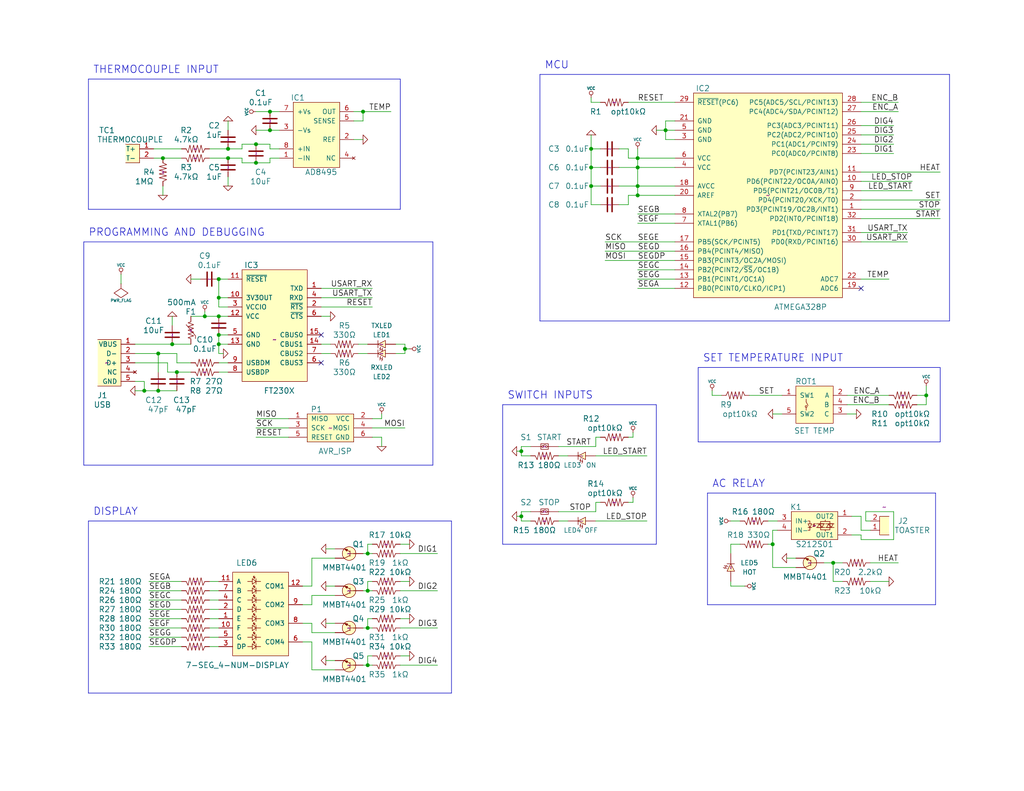
<source format=kicad_sch>
(kicad_sch (version 20230121) (generator eeschema)
  (paper "A")
  (title_block (title "reflow pcb") (date "5 nov 2013") (rev "0.1") (company "Wiley Cousins, LLC.") (comment 1 "github.com/mcous/reflow") (comment 2 "shared under the terms of the Creative Commons Attribution Share-Alike 3.0 license") (comment 3 "open source hardware"))
  (junction (at 46.99 93.98))
  (junction (at 173.99 45.72))
  (junction (at 142.24 140.97))
  (junction (at 210.82 148.59))
  (junction (at 44.45 43.18))
  (junction (at 62.23 43.18))
  (junction (at 181.61 35.56))
  (junction (at 69.85 39.37))
  (junction (at 43.18 106.68))
  (junction (at 99.06 30.48))
  (junction (at 161.29 50.8))
  (junction (at 69.85 44.45))
  (junction (at 39.37 106.68))
  (junction (at 43.18 96.52))
  (junction (at 100.33 181.61))
  (junction (at 48.26 101.6))
  (junction (at 100.33 161.29))
  (junction (at 161.29 40.64))
  (junction (at 142.24 123.19))
  (junction (at 73.66 35.56))
  (junction (at 73.66 30.48))
  (junction (at 161.29 45.72))
  (junction (at 173.99 50.8))
  (junction (at 173.99 53.34))
  (junction (at 252.73 107.95))
  (junction (at 62.23 40.64))
  (junction (at 59.69 76.2))
  (junction (at 100.33 171.45))
  (junction (at 173.99 43.18))
  (junction (at 227.33 153.67))
  (junction (at 59.69 81.28))
  (junction (at 59.69 91.44))
  (junction (at 100.33 151.13))
  (junction (at 59.69 86.36))
  (junction (at 55.88 86.36))
  (junction (at 59.69 93.98))
  (junction (at 110.49 95.25))
  (no_connect (at 87.63 99.06))
  (no_connect (at 87.63 91.44))
  (no_connect (at 234.95 78.74))
  (wire (pts (xy 110.49 93.98) (xy 110.49 95.25)))
  (wire (pts (xy 234.95 27.94) (xy 245.11 27.94)))
  (wire (pts (xy 73.66 43.18) (xy 76.2 43.18)))
  (wire (pts (xy 247.65 63.5) (xy 234.95 63.5)))
  (wire (pts (xy 161.29 40.64) (xy 161.29 45.72)))
  (wire (pts (xy 142.24 124.46) (xy 144.78 124.46)))
  (polyline (pts (xy 259.08 87.63) (xy 147.32 87.63)))
  (wire (pts (xy 172.72 135.89) (xy 172.72 137.16)))
  (wire (pts (xy 33.02 77.47) (xy 33.02 74.93)))
  (wire (pts (xy 252.73 107.95) (xy 250.19 107.95)))
  (wire (pts (xy 57.15 176.53) (xy 59.69 176.53)))
  (polyline (pts (xy 137.16 148.59) (xy 179.07 148.59)))
  (wire (pts (xy 119.38 181.61) (xy 109.22 181.61)))
  (wire (pts (xy 181.61 33.02) (xy 181.61 35.56)))
  (wire (pts (xy 161.29 27.94) (xy 163.83 27.94)))
  (wire (pts (xy 243.84 41.91) (xy 234.95 41.91)))
  (wire (pts (xy 55.88 85.09) (xy 55.88 86.36)))
  (wire (pts (xy 99.06 181.61) (xy 100.33 181.61)))
  (wire (pts (xy 100.33 168.91) (xy 101.6 168.91)))
  (wire (pts (xy 104.14 119.38) (xy 101.6 119.38)))
  (wire (pts (xy 85.09 172.72) (xy 91.44 172.72)))
  (polyline (pts (xy 123.19 189.23) (xy 24.13 189.23)))
  (wire (pts (xy 203.2 160.02) (xy 199.39 160.02)))
  (wire (pts (xy 100.33 171.45) (xy 100.33 168.91)))
  (wire (pts (xy 234.95 146.05) (xy 234.95 147.32)))
  (wire (pts (xy 62.23 43.18) (xy 66.04 43.18)))
  (wire (pts (xy 44.45 43.18) (xy 49.53 43.18)))
  (wire (pts (xy 173.99 45.72) (xy 184.15 45.72)))
  (wire (pts (xy 199.39 142.24) (xy 201.93 142.24)))
  (wire (pts (xy 44.45 53.34) (xy 44.45 50.8)))
  (wire (pts (xy 104.14 113.03) (xy 104.14 114.3)))
  (wire (pts (xy 43.18 96.52) (xy 48.26 96.52)))
  (wire (pts (xy 69.85 44.45) (xy 73.66 44.45)))
  (wire (pts (xy 234.95 34.29) (xy 243.84 34.29)))
  (wire (pts (xy 163.83 40.64) (xy 161.29 40.64)))
  (wire (pts (xy 59.69 76.2) (xy 62.23 76.2)))
  (wire (pts (xy 59.69 96.52) (xy 60.96 96.52)))
  (wire (pts (xy 163.83 45.72) (xy 161.29 45.72)))
  (wire (pts (xy 142.24 121.92) (xy 142.24 123.19)))
  (wire (pts (xy 173.99 50.8) (xy 184.15 50.8)))
  (wire (pts (xy 210.82 113.03) (xy 213.36 113.03)))
  (wire (pts (xy 179.07 35.56) (xy 181.61 35.56)))
  (wire (pts (xy 59.69 83.82) (xy 62.23 83.82)))
  (wire (pts (xy 73.66 39.37) (xy 69.85 39.37)))
  (wire (pts (xy 111.76 179.07) (xy 109.22 179.07)))
  (wire (pts (xy 110.49 96.52) (xy 107.95 96.52)))
  (wire (pts (xy 57.15 173.99) (xy 59.69 173.99)))
  (wire (pts (xy 168.91 45.72) (xy 173.99 45.72)))
  (wire (pts (xy 87.63 78.74) (xy 101.6 78.74)))
  (wire (pts (xy 66.04 44.45) (xy 69.85 44.45)))
  (wire (pts (xy 176.53 142.24) (xy 162.56 142.24)))
  (wire (pts (xy 40.64 176.53) (xy 49.53 176.53)))
  (wire (pts (xy 142.24 139.7) (xy 144.78 139.7)))
  (wire (pts (xy 236.22 139.7) (xy 236.22 142.24)))
  (wire (pts (xy 173.99 43.18) (xy 184.15 43.18)))
  (wire (pts (xy 66.04 39.37) (xy 66.04 40.64)))
  (wire (pts (xy 212.09 144.78) (xy 210.82 144.78)))
  (wire (pts (xy 59.69 81.28) (xy 59.69 83.82)))
  (wire (pts (xy 59.69 81.28) (xy 62.23 81.28)))
  (wire (pts (xy 184.15 33.02) (xy 181.61 33.02)))
  (wire (pts (xy 88.9 180.34) (xy 91.44 180.34)))
  (polyline (pts (xy 123.19 142.24) (xy 123.19 189.23)))
  (wire (pts (xy 173.99 78.74) (xy 184.15 78.74)))
  (wire (pts (xy 111.76 158.75) (xy 109.22 158.75)))
  (wire (pts (xy 119.38 151.13) (xy 109.22 151.13)))
  (wire (pts (xy 73.66 35.56) (xy 76.2 35.56)))
  (wire (pts (xy 100.33 171.45) (xy 101.6 171.45)))
  (wire (pts (xy 66.04 43.18) (xy 66.04 44.45)))
  (wire (pts (xy 57.15 168.91) (xy 59.69 168.91)))
  (wire (pts (xy 57.15 166.37) (xy 59.69 166.37)))
  (wire (pts (xy 62.23 99.06) (xy 59.69 99.06)))
  (wire (pts (xy 224.79 153.67) (xy 227.33 153.67)))
  (wire (pts (xy 100.33 161.29) (xy 101.6 161.29)))
  (wire (pts (xy 45.72 99.06) (xy 45.72 101.6)))
  (wire (pts (xy 173.99 45.72) (xy 173.99 50.8)))
  (wire (pts (xy 87.63 93.98) (xy 90.17 93.98)))
  (wire (pts (xy 101.6 81.28) (xy 87.63 81.28)))
  (polyline (pts (xy 255.27 134.62) (xy 255.27 165.1)))
  (wire (pts (xy 85.09 175.26) (xy 85.09 182.88)))
  (wire (pts (xy 194.31 106.68) (xy 194.31 107.95)))
  (wire (pts (xy 248.92 52.07) (xy 234.95 52.07)))
  (wire (pts (xy 40.64 171.45) (xy 49.53 171.45)))
  (wire (pts (xy 99.06 161.29) (xy 100.33 161.29)))
  (wire (pts (xy 59.69 93.98) (xy 62.23 93.98)))
  (wire (pts (xy 252.73 105.41) (xy 252.73 107.95)))
  (wire (pts (xy 142.24 142.24) (xy 144.78 142.24)))
  (wire (pts (xy 85.09 162.56) (xy 91.44 162.56)))
  (wire (pts (xy 227.33 158.75) (xy 229.87 158.75)))
  (wire (pts (xy 162.56 139.7) (xy 162.56 137.16)))
  (polyline (pts (xy 109.22 21.59) (xy 109.22 57.15)))
  (wire (pts (xy 82.55 165.1) (xy 85.09 165.1)))
  (wire (pts (xy 69.85 114.3) (xy 78.74 114.3)))
  (polyline (pts (xy 22.86 127) (xy 118.11 127)))
  (wire (pts (xy 57.15 43.18) (xy 62.23 43.18)))
  (wire (pts (xy 237.49 153.67) (xy 245.11 153.67)))
  (wire (pts (xy 40.64 166.37) (xy 49.53 166.37)))
  (wire (pts (xy 171.45 27.94) (xy 184.15 27.94)))
  (wire (pts (xy 40.64 161.29) (xy 49.53 161.29)))
  (wire (pts (xy 48.26 101.6) (xy 52.07 101.6)))
  (wire (pts (xy 171.45 53.34) (xy 173.99 53.34)))
  (wire (pts (xy 236.22 142.24) (xy 237.49 142.24)))
  (wire (pts (xy 62.23 40.64) (xy 57.15 40.64)))
  (wire (pts (xy 140.97 123.19) (xy 142.24 123.19)))
  (wire (pts (xy 162.56 119.38) (xy 163.83 119.38)))
  (wire (pts (xy 233.68 113.03) (xy 231.14 113.03)))
  (polyline (pts (xy 256.54 120.65) (xy 256.54 100.33)))
  (wire (pts (xy 227.33 153.67) (xy 229.87 153.67)))
  (wire (pts (xy 73.66 44.45) (xy 73.66 43.18)))
  (wire (pts (xy 99.06 171.45) (xy 100.33 171.45)))
  (wire (pts (xy 243.84 147.32) (xy 243.84 139.7)))
  (polyline (pts (xy 24.13 21.59) (xy 109.22 21.59)))
  (polyline (pts (xy 22.86 66.04) (xy 22.86 127)))
  (wire (pts (xy 99.06 151.13) (xy 100.33 151.13)))
  (wire (pts (xy 62.23 33.02) (xy 62.23 35.56)))
  (wire (pts (xy 210.82 144.78) (xy 210.82 148.59)))
  (wire (pts (xy 256.54 46.99) (xy 234.95 46.99)))
  (wire (pts (xy 110.49 95.25) (xy 110.49 96.52)))
  (wire (pts (xy 161.29 50.8) (xy 161.29 55.88)))
  (wire (pts (xy 57.15 158.75) (xy 59.69 158.75)))
  (wire (pts (xy 154.94 124.46) (xy 152.4 124.46)))
  (wire (pts (xy 204.47 107.95) (xy 213.36 107.95)))
  (wire (pts (xy 46.99 86.36) (xy 46.99 88.9)))
  (wire (pts (xy 99.06 38.1) (xy 96.52 38.1)))
  (wire (pts (xy 234.95 54.61) (xy 256.54 54.61)))
  (wire (pts (xy 168.91 50.8) (xy 173.99 50.8)))
  (wire (pts (xy 88.9 149.86) (xy 91.44 149.86)))
  (wire (pts (xy 161.29 26.67) (xy 161.29 27.94)))
  (wire (pts (xy 57.15 163.83) (xy 59.69 163.83)))
  (wire (pts (xy 87.63 96.52) (xy 90.17 96.52)))
  (wire (pts (xy 100.33 151.13) (xy 101.6 151.13)))
  (wire (pts (xy 161.29 45.72) (xy 161.29 50.8)))
  (polyline (pts (xy 118.11 66.04) (xy 22.86 66.04)))
  (wire (pts (xy 99.06 30.48) (xy 106.68 30.48)))
  (wire (pts (xy 142.24 123.19) (xy 142.24 124.46)))
  (wire (pts (xy 163.83 50.8) (xy 161.29 50.8)))
  (wire (pts (xy 85.09 170.18) (xy 85.09 172.72)))
  (wire (pts (xy 59.69 86.36) (xy 62.23 86.36)))
  (wire (pts (xy 168.91 55.88) (xy 171.45 55.88)))
  (wire (pts (xy 100.33 179.07) (xy 101.6 179.07)))
  (wire (pts (xy 119.38 161.29) (xy 109.22 161.29)))
  (polyline (pts (xy 259.08 20.32) (xy 259.08 87.63)))
  (wire (pts (xy 100.33 148.59) (xy 101.6 148.59)))
  (wire (pts (xy 40.64 163.83) (xy 49.53 163.83)))
  (wire (pts (xy 165.1 68.58) (xy 184.15 68.58)))
  (wire (pts (xy 88.9 170.18) (xy 91.44 170.18)))
  (wire (pts (xy 173.99 60.96) (xy 184.15 60.96)))
  (wire (pts (xy 111.76 95.25) (xy 110.49 95.25)))
  (wire (pts (xy 55.88 86.36) (xy 59.69 86.36)))
  (wire (pts (xy 247.65 66.04) (xy 234.95 66.04)))
  (wire (pts (xy 40.64 158.75) (xy 49.53 158.75)))
  (wire (pts (xy 248.92 49.53) (xy 234.95 49.53)))
  (wire (pts (xy 231.14 110.49) (xy 242.57 110.49)))
  (polyline (pts (xy 147.32 20.32) (xy 259.08 20.32)))
  (wire (pts (xy 57.15 171.45) (xy 59.69 171.45)))
  (wire (pts (xy 172.72 119.38) (xy 171.45 119.38)))
  (wire (pts (xy 36.83 104.14) (xy 39.37 104.14)))
  (wire (pts (xy 43.18 106.68) (xy 48.26 106.68)))
  (wire (pts (xy 256.54 57.15) (xy 234.95 57.15)))
  (wire (pts (xy 87.63 83.82) (xy 101.6 83.82)))
  (wire (pts (xy 48.26 96.52) (xy 48.26 99.06)))
  (polyline (pts (xy 179.07 148.59) (xy 179.07 110.49)))
  (wire (pts (xy 252.73 107.95) (xy 252.73 110.49)))
  (wire (pts (xy 181.61 35.56) (xy 184.15 35.56)))
  (wire (pts (xy 73.66 40.64) (xy 73.66 39.37)))
  (wire (pts (xy 100.33 161.29) (xy 100.33 158.75)))
  (wire (pts (xy 97.79 96.52) (xy 100.33 96.52)))
  (wire (pts (xy 119.38 171.45) (xy 109.22 171.45)))
  (wire (pts (xy 243.84 39.37) (xy 234.95 39.37)))
  (wire (pts (xy 41.91 43.18) (xy 44.45 43.18)))
  (wire (pts (xy 176.53 124.46) (xy 162.56 124.46)))
  (wire (pts (xy 210.82 148.59) (xy 210.82 154.94)))
  (wire (pts (xy 62.23 50.8) (xy 62.23 48.26)))
  (wire (pts (xy 209.55 142.24) (xy 212.09 142.24)))
  (wire (pts (xy 161.29 36.83) (xy 161.29 40.64)))
  (wire (pts (xy 165.1 66.04) (xy 184.15 66.04)))
  (wire (pts (xy 214.63 152.4) (xy 217.17 152.4)))
  (polyline (pts (xy 190.5 120.65) (xy 256.54 120.65)))
  (wire (pts (xy 82.55 175.26) (xy 85.09 175.26)))
  (wire (pts (xy 69.85 35.56) (xy 73.66 35.56)))
  (wire (pts (xy 100.33 151.13) (xy 100.33 148.59)))
  (wire (pts (xy 62.23 91.44) (xy 59.69 91.44)))
  (polyline (pts (xy 193.04 134.62) (xy 193.04 165.1)))
  (wire (pts (xy 104.14 121.92) (xy 104.14 119.38)))
  (wire (pts (xy 234.95 147.32) (xy 243.84 147.32)))
  (wire (pts (xy 85.09 182.88) (xy 91.44 182.88)))
  (wire (pts (xy 242.57 76.2) (xy 234.95 76.2)))
  (wire (pts (xy 40.64 168.91) (xy 49.53 168.91)))
  (wire (pts (xy 69.85 39.37) (xy 66.04 39.37)))
  (wire (pts (xy 171.45 43.18) (xy 173.99 43.18)))
  (wire (pts (xy 66.04 40.64) (xy 62.23 40.64)))
  (polyline (pts (xy 256.54 100.33) (xy 190.5 100.33)))
  (wire (pts (xy 231.14 107.95) (xy 242.57 107.95)))
  (wire (pts (xy 36.83 93.98) (xy 46.99 93.98)))
  (wire (pts (xy 100.33 181.61) (xy 101.6 181.61)))
  (wire (pts (xy 40.64 173.99) (xy 49.53 173.99)))
  (wire (pts (xy 171.45 43.18) (xy 171.45 40.64)))
  (wire (pts (xy 52.07 86.36) (xy 55.88 86.36)))
  (polyline (pts (xy 190.5 100.33) (xy 190.5 120.65)))
  (wire (pts (xy 39.37 106.68) (xy 43.18 106.68)))
  (wire (pts (xy 162.56 121.92) (xy 162.56 119.38)))
  (wire (pts (xy 69.85 30.48) (xy 73.66 30.48)))
  (wire (pts (xy 237.49 158.75) (xy 242.57 158.75)))
  (wire (pts (xy 39.37 104.14) (xy 39.37 106.68)))
  (wire (pts (xy 172.72 137.16) (xy 171.45 137.16)))
  (wire (pts (xy 59.69 101.6) (xy 62.23 101.6)))
  (wire (pts (xy 82.55 160.02) (xy 85.09 160.02)))
  (wire (pts (xy 100.33 158.75) (xy 101.6 158.75)))
  (wire (pts (xy 46.99 93.98) (xy 52.07 93.98)))
  (wire (pts (xy 36.83 96.52) (xy 43.18 96.52)))
  (wire (pts (xy 245.11 30.48) (xy 234.95 30.48)))
  (wire (pts (xy 210.82 154.94) (xy 217.17 154.94)))
  (wire (pts (xy 78.74 116.84) (xy 69.85 116.84)))
  (wire (pts (xy 256.54 59.69) (xy 234.95 59.69)))
  (wire (pts (xy 36.83 99.06) (xy 45.72 99.06)))
  (wire (pts (xy 104.14 114.3) (xy 101.6 114.3)))
  (wire (pts (xy 173.99 43.18) (xy 173.99 45.72)))
  (wire (pts (xy 142.24 121.92) (xy 144.78 121.92)))
  (polyline (pts (xy 147.32 87.63) (xy 147.32 20.32)))
  (wire (pts (xy 82.55 170.18) (xy 85.09 170.18)))
  (wire (pts (xy 173.99 76.2) (xy 184.15 76.2)))
  (wire (pts (xy 111.76 168.91) (xy 109.22 168.91)))
  (wire (pts (xy 99.06 33.02) (xy 99.06 30.48)))
  (wire (pts (xy 140.97 140.97) (xy 142.24 140.97)))
  (wire (pts (xy 243.84 36.83) (xy 234.95 36.83)))
  (wire (pts (xy 96.52 33.02) (xy 99.06 33.02)))
  (wire (pts (xy 48.26 99.06) (xy 52.07 99.06)))
  (wire (pts (xy 36.83 106.68) (xy 39.37 106.68)))
  (wire (pts (xy 173.99 50.8) (xy 173.99 53.34)))
  (wire (pts (xy 194.31 107.95) (xy 196.85 107.95)))
  (wire (pts (xy 252.73 110.49) (xy 250.19 110.49)))
  (wire (pts (xy 181.61 38.1) (xy 184.15 38.1)))
  (wire (pts (xy 59.69 93.98) (xy 59.69 96.52)))
  (wire (pts (xy 85.09 152.4) (xy 91.44 152.4)))
  (wire (pts (xy 199.39 148.59) (xy 201.93 148.59)))
  (wire (pts (xy 100.33 181.61) (xy 100.33 179.07)))
  (wire (pts (xy 161.29 55.88) (xy 163.83 55.88)))
  (wire (pts (xy 96.52 30.48) (xy 99.06 30.48)))
  (wire (pts (xy 165.1 71.12) (xy 184.15 71.12)))
  (wire (pts (xy 52.07 76.2) (xy 54.61 76.2)))
  (wire (pts (xy 59.69 91.44) (xy 59.69 93.98)))
  (wire (pts (xy 69.85 119.38) (xy 78.74 119.38)))
  (wire (pts (xy 76.2 40.64) (xy 73.66 40.64)))
  (wire (pts (xy 57.15 161.29) (xy 59.69 161.29)))
  (polyline (pts (xy 193.04 165.1) (xy 255.27 165.1)))
  (wire (pts (xy 162.56 137.16) (xy 163.83 137.16)))
  (wire (pts (xy 152.4 139.7) (xy 162.56 139.7)))
  (polyline (pts (xy 24.13 57.15) (xy 24.13 21.59)))
  (wire (pts (xy 88.9 160.02) (xy 91.44 160.02)))
  (wire (pts (xy 152.4 142.24) (xy 154.94 142.24)))
  (polyline (pts (xy 118.11 127) (xy 118.11 66.04)))
  (polyline (pts (xy 109.22 57.15) (xy 24.13 57.15)))
  (wire (pts (xy 101.6 116.84) (xy 110.49 116.84)))
  (wire (pts (xy 171.45 40.64) (xy 168.91 40.64)))
  (wire (pts (xy 199.39 160.02) (xy 199.39 158.75)))
  (wire (pts (xy 110.49 93.98) (xy 107.95 93.98)))
  (polyline (pts (xy 179.07 110.49) (xy 137.16 110.49)))
  (wire (pts (xy 234.95 140.97) (xy 234.95 144.78)))
  (wire (pts (xy 97.79 93.98) (xy 100.33 93.98)))
  (wire (pts (xy 85.09 165.1) (xy 85.09 162.56)))
  (wire (pts (xy 142.24 140.97) (xy 142.24 142.24)))
  (wire (pts (xy 173.99 73.66) (xy 184.15 73.66)))
  (wire (pts (xy 111.76 148.59) (xy 109.22 148.59)))
  (wire (pts (xy 243.84 139.7) (xy 236.22 139.7)))
  (wire (pts (xy 173.99 53.34) (xy 184.15 53.34)))
  (wire (pts (xy 41.91 40.64) (xy 49.53 40.64)))
  (wire (pts (xy 45.72 101.6) (xy 48.26 101.6)))
  (wire (pts (xy 173.99 40.64) (xy 173.99 43.18)))
  (wire (pts (xy 59.69 76.2) (xy 59.69 81.28)))
  (wire (pts (xy 209.55 148.59) (xy 210.82 148.59)))
  (wire (pts (xy 199.39 151.13) (xy 199.39 148.59)))
  (wire (pts (xy 234.95 144.78) (xy 237.49 144.78)))
  (wire (pts (xy 43.18 101.6) (xy 43.18 96.52)))
  (wire (pts (xy 173.99 58.42) (xy 184.15 58.42)))
  (wire (pts (xy 171.45 55.88) (xy 171.45 53.34)))
  (wire (pts (xy 85.09 160.02) (xy 85.09 152.4)))
  (wire (pts (xy 234.95 140.97) (xy 232.41 140.97)))
  (wire (pts (xy 181.61 35.56) (xy 181.61 38.1)))
  (wire (pts (xy 73.66 30.48) (xy 76.2 30.48)))
  (wire (pts (xy 152.4 121.92) (xy 162.56 121.92)))
  (polyline (pts (xy 137.16 110.49) (xy 137.16 148.59)))
  (wire (pts (xy 227.33 153.67) (xy 227.33 158.75)))
  (wire (pts (xy 232.41 146.05) (xy 234.95 146.05)))
  (wire (pts (xy 90.17 86.36) (xy 87.63 86.36)))
  (polyline (pts (xy 24.13 189.23) (xy 24.13 142.24)))
  (wire (pts (xy 142.24 139.7) (xy 142.24 140.97)))
  (wire (pts (xy 172.72 118.11) (xy 172.72 119.38)))
  (polyline (pts (xy 24.13 142.24) (xy 123.19 142.24)))
  (polyline (pts (xy 255.27 134.62) (xy 193.04 134.62)))
  (text "MCU" (at 148.59 19.05 0) (effects (font (size 2.032 2.032)) (justify left bottom)))
  (text "AC RELAY" (at 194.31 133.35 0) (effects (font (size 2.032 2.032)) (justify left bottom)))
  (text "SET TEMPERATURE INPUT" (at 191.77 99.06 0) (effects (font (size 2.032 2.032)) (justify left bottom)))
  (text "SWITCH INPUTS" (at 138.43 109.22 0) (effects (font (size 2.032 2.032)) (justify left bottom)))
  (text "THERMOCOUPLE INPUT" (at 25.4 20.32 0) (effects (font (size 2.032 2.032)) (justify left bottom)))
  (text "DISPLAY" (at 25.4 140.97 0) (effects (font (size 2.032 2.032)) (justify left bottom)))
  (text "PROGRAMMING AND DEBUGGING" (at 24.13 64.77 0) (effects (font (size 2.032 2.032)) (justify left bottom)))
  (label "SEGD" (at 40.64 166.37 0) (effects (font (size 1.524 1.524))))
  (label "TEMP" (at 106.68 30.48 180) (effects (font (size 1.524 1.524))))
  (label "USART_TX" (at 247.65 63.5 180) (effects (font (size 1.524 1.524))))
  (label "SEGDP" (at 40.64 176.53 0) (effects (font (size 1.524 1.524))))
  (label "SET" (at 207.01 107.95 0) (effects (font (size 1.524 1.524))))
  (label "SEGF" (at 40.64 171.45 0) (effects (font (size 1.524 1.524))))
  (label "DIG2" (at 243.84 39.37 180) (effects (font (size 1.524 1.524))))
  (label "DIG2" (at 119.38 161.29 180) (effects (font (size 1.524 1.524))))
  (label "SEGC" (at 40.64 163.83 0) (effects (font (size 1.524 1.524))))
  (label "USART_RX" (at 101.6 78.74 180) (effects (font (size 1.524 1.524))))
  (label "USART_RX" (at 247.65 66.04 180) (effects (font (size 1.524 1.524))))
  (label "SEGB" (at 40.64 161.29 0) (effects (font (size 1.524 1.524))))
  (label "STOP" (at 256.54 57.15 180) (effects (font (size 1.524 1.524))))
  (label "SEGE" (at 40.64 168.91 0) (effects (font (size 1.524 1.524))))
  (label "LED_START" (at 248.92 52.07 180) (effects (font (size 1.524 1.524))))
  (label "START" (at 256.54 59.69 180) (effects (font (size 1.524 1.524))))
  (label "SCK" (at 165.1 66.04 0) (effects (font (size 1.524 1.524))))
  (label "LED_START" (at 176.53 124.46 180) (effects (font (size 1.524 1.524))))
  (label "LED_STOP" (at 176.53 142.24 180) (effects (font (size 1.524 1.524))))
  (label "ENC_A" (at 245.11 30.48 180) (effects (font (size 1.524 1.524))))
  (label "SEGC" (at 173.99 73.66 0) (effects (font (size 1.524 1.524))))
  (label "LED_STOP" (at 248.92 49.53 180) (effects (font (size 1.524 1.524))))
  (label "RESET" (at 101.6 83.82 180) (effects (font (size 1.524 1.524))))
  (label "RESET" (at 69.85 119.38 0) (effects (font (size 1.524 1.524))))
  (label "SEGF" (at 173.99 60.96 0) (effects (font (size 1.524 1.524))))
  (label "USART_TX" (at 101.6 81.28 180) (effects (font (size 1.524 1.524))))
  (label "SEGE" (at 173.99 66.04 0) (effects (font (size 1.524 1.524))))
  (label "RESET" (at 173.99 27.94 0) (effects (font (size 1.524 1.524))))
  (label "DIG1" (at 243.84 41.91 180) (effects (font (size 1.524 1.524))))
  (label "MOSI" (at 110.49 116.84 180) (effects (font (size 1.524 1.524))))
  (label "ENC_A" (at 240.03 107.95 180) (effects (font (size 1.524 1.524))))
  (label "SEGA" (at 40.64 158.75 0) (effects (font (size 1.524 1.524))))
  (label "HEAT" (at 245.11 153.67 180) (effects (font (size 1.524 1.524))))
  (label "DIG4" (at 243.84 34.29 180) (effects (font (size 1.524 1.524))))
  (label "DIG3" (at 119.38 171.45 180) (effects (font (size 1.524 1.524))))
  (label "SCK" (at 69.85 116.84 0) (effects (font (size 1.524 1.524))))
  (label "HEAT" (at 256.54 46.99 180) (effects (font (size 1.524 1.524))))
  (label "DIG1" (at 119.38 151.13 180) (effects (font (size 1.524 1.524))))
  (label "MOSI" (at 165.1 71.12 0) (effects (font (size 1.524 1.524))))
  (label "SEGG" (at 40.64 173.99 0) (effects (font (size 1.524 1.524))))
  (label "ENC_B" (at 245.11 27.94 180) (effects (font (size 1.524 1.524))))
  (label "SEGDP" (at 173.99 71.12 0) (effects (font (size 1.524 1.524))))
  (label "STOP" (at 161.29 139.7 180) (effects (font (size 1.524 1.524))))
  (label "TEMP" (at 242.57 76.2 180) (effects (font (size 1.524 1.524))))
  (label "START" (at 161.29 121.92 180) (effects (font (size 1.524 1.524))))
  (label "DIG4" (at 119.38 181.61 180) (effects (font (size 1.524 1.524))))
  (label "SEGG" (at 173.99 76.2 0) (effects (font (size 1.524 1.524))))
  (label "MISO" (at 165.1 68.58 0) (effects (font (size 1.524 1.524))))
  (label "DIG3" (at 243.84 36.83 180) (effects (font (size 1.524 1.524))))
  (label "ENC_B" (at 240.03 110.49 180) (effects (font (size 1.524 1.524))))
  (label "SEGA" (at 173.99 78.74 0) (effects (font (size 1.524 1.524))))
  (label "MISO" (at 69.85 114.3 0) (effects (font (size 1.524 1.524))))
  (label "SET" (at 256.54 54.61 180) (effects (font (size 1.524 1.524))))
  (label "SEGB" (at 173.99 58.42 0) (effects (font (size 1.524 1.524))))
  (label "SEGD" (at 173.99 68.58 0) (effects (font (size 1.524 1.524))))
  (symbol (lib_id "reflow-pcb-rescue:2PIN_FEMALE") (at 240.03 143.51 180) (unit 1)
    (property "Reference" "J2" (at 246.38 142.24 0) (effects (font (size 1.524 1.524))))
    (property "Value" "TOASTER" (at 248.92 144.78 0) (effects (font (size 1.524 1.524))))
    (property "Footprint" "2-PIN_SCREW-TERM_P200MIL" (effects hide))
    (property "Datasheet" "~" (at 241.3 138.43 0) (effects (font (size 1.524 1.524))))
    (property "Manufacturer" "On Shore Technology" (effects hide))
    (property "Part" "OSTTC022162" (effects hide))
  )
  (symbol (lib_id "reflow-pcb-rescue:AD849X") (at 86.36 38.1 0) (unit 1)
    (property "Reference" "IC1" (at 81.28 26.67 0) (effects (font (size 1.524 1.524))))
    (property "Value" "AD8495" (at 87.63 46.99 0) (effects (font (size 1.524 1.524))))
    (property "Footprint" "MSOP8" (effects hide))
    (property "Manufacturer" "Analog Devices" (effects hide))
    (property "Part" "AD8495ARMZ" (effects hide))
  )
  (symbol (lib_id "reflow-pcb-rescue:SX12S01") (at 222.25 143.51 0) (unit 1)
    (property "Reference" "K1" (at 217.17 138.43 0) (effects (font (size 1.524 1.524))))
    (property "Value" "S212S01" (at 222.25 148.59 0) (effects (font (size 1.524 1.524))))
    (property "Footprint" "SHARP_SIP_SSR" (effects hide))
    (property "Datasheet" "~" (at 222.25 143.51 0) (effects (font (size 1.524 1.524))))
    (property "Manufacturer" "Sharp Microelectronics" (effects hide))
    (property "Part" "S212S01F" (effects hide))
  )
  (symbol (lib_id "reflow-pcb-rescue:THERMOCOUPLE") (at 38.1 41.91 0) (unit 1)
    (property "Reference" "TC1" (at 29.21 35.56 0) (effects (font (size 1.524 1.524))))
    (property "Value" "THERMOCOUPLE" (at 35.56 38.1 0) (effects (font (size 1.524 1.524))))
    (property "Footprint" "THERMOCOUPLE_MINI_PCC-SMP" (effects hide))
    (property "Manufacturer" "Newport Electronics" (effects hide))
    (property "Part" "PCC-SMP-K" (effects hide))
  )
  (symbol (lib_id "reflow-pcb-rescue:C") (at 73.66 33.02 90) (unit 1)
    (property "Reference" "C1" (at 71.12 25.4 90) (effects (font (size 1.524 1.524))))
    (property "Value" "0.1uF" (at 71.12 27.94 90) (effects (font (size 1.524 1.524))))
    (property "Footprint" "0603(1608m)" (effects hide))
    (property "Datasheet" "~" (at 73.66 33.02 0) (effects (font (size 1.524 1.524))))
  )
  (symbol (lib_id "reflow-pcb-rescue:C") (at 69.85 41.91 90) (unit 1)
    (property "Reference" "C4" (at 71.12 46.99 90) (effects (font (size 1.524 1.524))))
    (property "Value" "10uF" (at 71.12 49.53 90) (effects (font (size 1.524 1.524))))
    (property "Footprint" "0603(1608m)" (effects hide))
    (property "Datasheet" "~" (at 69.85 41.91 0) (effects (font (size 1.524 1.524))))
  )
  (symbol (lib_id "reflow-pcb-rescue:C") (at 62.23 38.1 90) (unit 1)
    (property "Reference" "C2" (at 58.42 34.29 90) (effects (font (size 1.524 1.524))))
    (property "Value" "1uF" (at 58.42 36.83 90) (effects (font (size 1.524 1.524))))
    (property "Footprint" "0603(1608m)" (effects hide))
    (property "Datasheet" "~" (at 62.23 38.1 0) (effects (font (size 1.524 1.524))))
  )
  (symbol (lib_id "reflow-pcb-rescue:C") (at 62.23 45.72 90) (unit 1)
    (property "Reference" "C5" (at 58.42 45.72 90) (effects (font (size 1.524 1.524))))
    (property "Value" "1uF" (at 58.42 48.26 90) (effects (font (size 1.524 1.524))))
    (property "Footprint" "0603(1608m)" (effects hide))
    (property "Datasheet" "~" (at 62.23 45.72 0) (effects (font (size 1.524 1.524))))
  )
  (symbol (lib_id "reflow-pcb-rescue:R") (at 53.34 40.64 0) (unit 1)
    (property "Reference" "R2" (at 50.8 35.56 0) (effects (font (size 1.524 1.524))))
    (property "Value" "4.7kΩ" (at 50.8 38.1 0) (effects (font (size 1.524 1.524))))
    (property "Footprint" "0603(1608m)" (effects hide))
    (property "Datasheet" "~" (at 53.34 40.64 0) (effects (font (size 1.524 1.524))))
  )
  (symbol (lib_id "reflow-pcb-rescue:R") (at 53.34 43.18 0) (unit 1)
    (property "Reference" "R3" (at 50.8 45.72 0) (effects (font (size 1.524 1.524))))
    (property "Value" "4.7kΩ" (at 50.8 48.26 0) (effects (font (size 1.524 1.524))))
    (property "Footprint" "0603(1608m)" (effects hide))
    (property "Datasheet" "~" (at 53.34 43.18 0) (effects (font (size 1.524 1.524))))
  )
  (symbol (lib_id "reflow-pcb-rescue:GND") (at 62.23 50.8 0) (unit 1)
    (property "Reference" "#PWR01" (effects hide))
    (property "Value" "GND" (effects hide))
  )
  (symbol (lib_id "reflow-pcb-rescue:GND") (at 62.23 33.02 180) (unit 1)
    (property "Reference" "#PWR02" (effects hide))
    (property "Value" "GND" (effects hide))
  )
  (symbol (lib_id "reflow-pcb-rescue:R") (at 44.45 46.99 90) (unit 1)
    (property "Reference" "R4" (at 40.64 46.99 90) (effects (font (size 1.524 1.524))))
    (property "Value" "1MΩ" (at 39.37 49.53 90) (effects (font (size 1.524 1.524))))
    (property "Footprint" "0603(1608m)" (effects hide))
    (property "Datasheet" "~" (at 44.45 46.99 0) (effects (font (size 1.524 1.524))))
  )
  (symbol (lib_id "reflow-pcb-rescue:GND") (at 44.45 53.34 0) (unit 1)
    (property "Reference" "#PWR03" (effects hide))
    (property "Value" "GND" (effects hide))
  )
  (symbol (lib_id "reflow-pcb-rescue:GND") (at 69.85 35.56 270) (unit 1)
    (property "Reference" "#PWR04" (effects hide))
    (property "Value" "GND" (effects hide))
  )
  (symbol (lib_id "reflow-pcb-rescue:VCC") (at 69.85 30.48 90) (unit 1)
    (property "Reference" "#PWR05" (effects hide))
    (property "Value" "VCC" (at 67.31 30.48 0) (effects (font (size 0.762 0.762))))
  )
  (symbol (lib_id "reflow-pcb-rescue:GND") (at 99.06 38.1 90) (unit 1)
    (property "Reference" "#PWR06" (effects hide))
    (property "Value" "GND" (effects hide))
  )
  (symbol (lib_id "reflow-pcb-rescue:R") (at 205.74 142.24 0) (unit 1)
    (property "Reference" "R16" (at 201.93 139.7 0) (effects (font (size 1.524 1.524))))
    (property "Value" "180Ω" (at 208.28 139.7 0) (effects (font (size 1.524 1.524))))
    (property "Footprint" "0603(1608m)" (effects hide))
    (property "Datasheet" "~" (at 205.74 142.24 0) (effects (font (size 1.524 1.524))))
  )
  (symbol (lib_id "reflow-pcb-rescue:VCC") (at 199.39 142.24 90) (unit 1)
    (property "Reference" "#PWR07" (effects hide))
    (property "Value" "VCC" (at 196.85 142.24 0) (effects (font (size 0.762 0.762))))
  )
  (symbol (lib_id "reflow-pcb-rescue:R") (at 205.74 148.59 0) (unit 1)
    (property "Reference" "R18" (at 200.66 146.05 0) (effects (font (size 1.524 1.524))))
    (property "Value" "330Ω" (at 207.01 146.05 0) (effects (font (size 1.524 1.524))))
    (property "Footprint" "0603(1608m)" (effects hide))
    (property "Datasheet" "~" (at 205.74 148.59 0) (effects (font (size 1.524 1.524))))
  )
  (symbol (lib_id "reflow-pcb-rescue:LED") (at 199.39 154.94 90) (unit 1)
    (property "Reference" "LED5" (at 204.47 153.67 90))
    (property "Value" "HOT" (at 204.47 156.21 90))
    (property "Footprint" "LED-5mm" (effects hide))
    (property "Datasheet" "~" (at 199.39 154.94 0) (effects (font (size 1.524 1.524))))
  )
  (symbol (lib_id "reflow-pcb-rescue:VCC") (at 203.2 160.02 270) (unit 1)
    (property "Reference" "#PWR08" (effects hide))
    (property "Value" "VCC" (at 205.74 160.02 0) (effects (font (size 0.762 0.762))))
  )
  (symbol (lib_id "reflow-pcb-rescue:GND") (at 214.63 152.4 270) (unit 1)
    (property "Reference" "#PWR09" (effects hide))
    (property "Value" "GND" (effects hide))
  )
  (symbol (lib_id "reflow-pcb-rescue:R") (at 233.68 153.67 0) (unit 1)
    (property "Reference" "R20" (at 229.87 156.21 0) (effects (font (size 1.524 1.524))))
    (property "Value" "2.2kΩ" (at 237.49 156.21 0) (effects (font (size 1.524 1.524))))
    (property "Footprint" "0603(1608m)" (effects hide))
    (property "Datasheet" "~" (at 233.68 153.67 0) (effects (font (size 1.524 1.524))))
  )
  (symbol (lib_id "reflow-pcb-rescue:R") (at 233.68 158.75 0) (unit 1)
    (property "Reference" "R23" (at 229.87 161.29 0) (effects (font (size 1.524 1.524))))
    (property "Value" "10kΩ" (at 237.49 161.29 0) (effects (font (size 1.524 1.524))))
    (property "Footprint" "0603(1608m)" (effects hide))
    (property "Datasheet" "~" (at 233.68 158.75 0) (effects (font (size 1.524 1.524))))
  )
  (symbol (lib_id "reflow-pcb-rescue:GND") (at 242.57 158.75 90) (unit 1)
    (property "Reference" "#PWR010" (effects hide))
    (property "Value" "GND" (effects hide))
  )
  (symbol (lib_id "reflow-pcb-rescue:SPST") (at 148.59 121.92 0) (unit 1)
    (property "Reference" "S1" (at 143.51 119.38 0) (effects (font (size 1.524 1.524))))
    (property "Value" "START" (at 149.86 119.38 0) (effects (font (size 1.524 1.524))))
    (property "Footprint" "SPST_4-pin-thru" (effects hide))
    (property "Datasheet" "~" (at 148.59 121.92 0) (effects (font (size 1.524 1.524))))
  )
  (symbol (lib_id "reflow-pcb-rescue:LED") (at 158.75 124.46 180) (unit 1)
    (property "Reference" "LED3" (at 156.21 127 0))
    (property "Value" "ON" (at 161.29 127 0))
    (property "Footprint" "LED-5mm" (effects hide))
    (property "Datasheet" "~" (at 158.75 124.46 0) (effects (font (size 1.524 1.524))))
  )
  (symbol (lib_id "reflow-pcb-rescue:SPST") (at 148.59 139.7 0) (unit 1)
    (property "Reference" "S2" (at 143.51 137.16 0) (effects (font (size 1.524 1.524))))
    (property "Value" "STOP" (at 149.86 137.16 0) (effects (font (size 1.524 1.524))))
    (property "Footprint" "SPST_4-pin-thru" (effects hide))
    (property "Datasheet" "~" (at 148.59 139.7 0) (effects (font (size 1.524 1.524))))
  )
  (symbol (lib_id "reflow-pcb-rescue:LED") (at 158.75 142.24 180) (unit 1)
    (property "Reference" "LED4" (at 156.21 144.78 0))
    (property "Value" "OFF" (at 161.29 144.78 0))
    (property "Footprint" "LED-5mm" (effects hide))
    (property "Datasheet" "~" (at 158.75 142.24 0) (effects (font (size 1.524 1.524))))
  )
  (symbol (lib_id "reflow-pcb-rescue:GND") (at 140.97 140.97 270) (unit 1)
    (property "Reference" "#PWR011" (effects hide))
    (property "Value" "GND" (effects hide))
  )
  (symbol (lib_id "reflow-pcb-rescue:GND") (at 140.97 123.19 270) (unit 1)
    (property "Reference" "#PWR012" (effects hide))
    (property "Value" "GND" (effects hide))
  )
  (symbol (lib_id "reflow-pcb-rescue:R") (at 148.59 142.24 0) (unit 1)
    (property "Reference" "R15" (at 142.24 144.78 0) (effects (font (size 1.524 1.524))))
    (property "Value" "180Ω" (at 148.59 144.78 0) (effects (font (size 1.524 1.524))))
    (property "Footprint" "0603(1608m)" (effects hide))
    (property "Datasheet" "~" (at 148.59 142.24 0) (effects (font (size 1.524 1.524))))
  )
  (symbol (lib_id "reflow-pcb-rescue:R") (at 148.59 124.46 0) (unit 1)
    (property "Reference" "R13" (at 143.51 127 0) (effects (font (size 1.524 1.524))))
    (property "Value" "180Ω" (at 149.86 127 0) (effects (font (size 1.524 1.524))))
    (property "Footprint" "0603(1608m)" (effects hide))
    (property "Datasheet" "~" (at 148.59 124.46 0) (effects (font (size 1.524 1.524))))
  )
  (symbol (lib_id "reflow-pcb-rescue:ROTARY-ENCODER") (at 222.25 110.49 0) (unit 1)
    (property "Reference" "ROT1" (at 219.964 104.14 0) (effects (font (size 1.524 1.524))))
    (property "Value" "SET TEMP" (at 222.25 117.602 0) (effects (font (size 1.524 1.524))))
    (property "Footprint" "SF_ROTARY-ENCODER" (effects hide))
    (property "Manufacturer" "Alpha" (effects hide))
    (property "Part" "RE130F-41-175F-12P" (effects hide))
  )
  (symbol (lib_id "reflow-pcb-rescue:GND") (at 210.82 113.03 270) (unit 1)
    (property "Reference" "#PWR013" (effects hide))
    (property "Value" "GND" (effects hide))
  )
  (symbol (lib_id "reflow-pcb-rescue:GND") (at 233.68 113.03 90) (unit 1)
    (property "Reference" "#PWR014" (effects hide))
    (property "Value" "GND" (effects hide))
  )
  (symbol (lib_id "reflow-pcb-rescue:7-SEG_4-NUM-DISPLAY") (at 71.12 167.64 0) (unit 1)
    (property "Reference" "LED6" (at 67.31 153.67 0) (effects (font (size 1.524 1.524))))
    (property "Value" "7-SEG_4-NUM-DISPLAY" (at 64.77 181.61 0) (effects (font (size 1.524 1.524))))
    (property "Footprint" "SF_4-DIGIT_7-SEGMENT_CC" (effects hide))
    (property "Manufacturer" "Sparkfun" (effects hide))
    (property "Part" "COM-11405" (effects hide))
  )
  (symbol (lib_id "reflow-pcb-rescue:R") (at 53.34 158.75 0) (unit 1)
    (property "Reference" "R21" (at 29.21 158.75 0) (effects (font (size 1.524 1.524))))
    (property "Value" "180Ω" (at 35.56 158.75 0) (effects (font (size 1.524 1.524))))
    (property "Footprint" "0603(1608m)" (effects hide))
    (property "Datasheet" "~" (at 53.34 158.75 0) (effects (font (size 1.524 1.524))))
  )
  (symbol (lib_id "reflow-pcb-rescue:R") (at 105.41 151.13 0) (unit 1)
    (property "Reference" "R19" (at 102.87 153.67 0) (effects (font (size 1.524 1.524))))
    (property "Value" "1kΩ" (at 109.22 153.67 0) (effects (font (size 1.524 1.524))))
    (property "Footprint" "0603(1608m)" (effects hide))
    (property "Datasheet" "~" (at 105.41 151.13 0) (effects (font (size 1.524 1.524))))
  )
  (symbol (lib_id "reflow-pcb-rescue:R") (at 105.41 148.59 0) (unit 1)
    (property "Reference" "R17" (at 102.87 146.05 0) (effects (font (size 1.524 1.524))))
    (property "Value" "10kΩ" (at 109.22 146.05 0) (effects (font (size 1.524 1.524))))
    (property "Footprint" "0603(1608m)" (effects hide))
    (property "Datasheet" "~" (at 105.41 148.59 0) (effects (font (size 1.524 1.524))))
  )
  (symbol (lib_id "reflow-pcb-rescue:GND") (at 111.76 148.59 90) (unit 1)
    (property "Reference" "#PWR015" (effects hide))
    (property "Value" "GND" (effects hide))
  )
  (symbol (lib_id "reflow-pcb-rescue:R") (at 53.34 161.29 0) (unit 1)
    (property "Reference" "R24" (at 29.21 161.29 0) (effects (font (size 1.524 1.524))))
    (property "Value" "180Ω" (at 35.56 161.29 0) (effects (font (size 1.524 1.524))))
    (property "Footprint" "0603(1608m)" (effects hide))
    (property "Datasheet" "~" (at 53.34 161.29 0) (effects (font (size 1.524 1.524))))
  )
  (symbol (lib_id "reflow-pcb-rescue:R") (at 53.34 163.83 0) (unit 1)
    (property "Reference" "R26" (at 29.21 163.83 0) (effects (font (size 1.524 1.524))))
    (property "Value" "180Ω" (at 35.56 163.83 0) (effects (font (size 1.524 1.524))))
    (property "Footprint" "0603(1608m)" (effects hide))
    (property "Datasheet" "~" (at 53.34 163.83 0) (effects (font (size 1.524 1.524))))
  )
  (symbol (lib_id "reflow-pcb-rescue:R") (at 53.34 166.37 0) (unit 1)
    (property "Reference" "R27" (at 29.21 166.37 0) (effects (font (size 1.524 1.524))))
    (property "Value" "180Ω" (at 35.56 166.37 0) (effects (font (size 1.524 1.524))))
    (property "Footprint" "0603(1608m)" (effects hide))
    (property "Datasheet" "~" (at 53.34 166.37 0) (effects (font (size 1.524 1.524))))
  )
  (symbol (lib_id "reflow-pcb-rescue:R") (at 53.34 168.91 0) (unit 1)
    (property "Reference" "R28" (at 29.21 168.91 0) (effects (font (size 1.524 1.524))))
    (property "Value" "180Ω" (at 35.56 168.91 0) (effects (font (size 1.524 1.524))))
    (property "Footprint" "0603(1608m)" (effects hide))
    (property "Datasheet" "~" (at 53.34 168.91 0) (effects (font (size 1.524 1.524))))
  )
  (symbol (lib_id "reflow-pcb-rescue:R") (at 53.34 171.45 0) (unit 1)
    (property "Reference" "R30" (at 29.21 171.45 0) (effects (font (size 1.524 1.524))))
    (property "Value" "180Ω" (at 35.56 171.45 0) (effects (font (size 1.524 1.524))))
    (property "Footprint" "0603(1608m)" (effects hide))
    (property "Datasheet" "~" (at 53.34 171.45 0) (effects (font (size 1.524 1.524))))
  )
  (symbol (lib_id "reflow-pcb-rescue:R") (at 53.34 173.99 0) (unit 1)
    (property "Reference" "R32" (at 29.21 173.99 0) (effects (font (size 1.524 1.524))))
    (property "Value" "180Ω" (at 35.56 173.99 0) (effects (font (size 1.524 1.524))))
    (property "Footprint" "0603(1608m)" (effects hide))
    (property "Datasheet" "~" (at 53.34 173.99 0) (effects (font (size 1.524 1.524))))
  )
  (symbol (lib_id "reflow-pcb-rescue:R") (at 53.34 176.53 0) (unit 1)
    (property "Reference" "R33" (at 29.21 176.53 0) (effects (font (size 1.524 1.524))))
    (property "Value" "180Ω" (at 35.56 176.53 0) (effects (font (size 1.524 1.524))))
    (property "Footprint" "0603(1608m)" (effects hide))
    (property "Datasheet" "~" (at 53.34 176.53 0) (effects (font (size 1.524 1.524))))
  )
  (symbol (lib_id "reflow-pcb-rescue:R") (at 105.41 161.29 0) (unit 1)
    (property "Reference" "R25" (at 102.87 163.83 0) (effects (font (size 1.524 1.524))))
    (property "Value" "1kΩ" (at 109.22 163.83 0) (effects (font (size 1.524 1.524))))
    (property "Footprint" "0603(1608m)" (effects hide))
    (property "Datasheet" "~" (at 105.41 161.29 0) (effects (font (size 1.524 1.524))))
  )
  (symbol (lib_id "reflow-pcb-rescue:R") (at 105.41 158.75 0) (unit 1)
    (property "Reference" "R22" (at 102.87 156.21 0) (effects (font (size 1.524 1.524))))
    (property "Value" "10kΩ" (at 109.22 156.21 0) (effects (font (size 1.524 1.524))))
    (property "Footprint" "0603(1608m)" (effects hide))
    (property "Datasheet" "~" (at 105.41 158.75 0) (effects (font (size 1.524 1.524))))
  )
  (symbol (lib_id "reflow-pcb-rescue:GND") (at 111.76 158.75 90) (unit 1)
    (property "Reference" "#PWR016" (effects hide))
    (property "Value" "GND" (effects hide))
  )
  (symbol (lib_id "reflow-pcb-rescue:R") (at 105.41 171.45 0) (unit 1)
    (property "Reference" "R31" (at 102.87 173.99 0) (effects (font (size 1.524 1.524))))
    (property "Value" "1kΩ" (at 109.22 173.99 0) (effects (font (size 1.524 1.524))))
    (property "Footprint" "0603(1608m)" (effects hide))
    (property "Datasheet" "~" (at 105.41 171.45 0) (effects (font (size 1.524 1.524))))
  )
  (symbol (lib_id "reflow-pcb-rescue:R") (at 105.41 168.91 0) (unit 1)
    (property "Reference" "R29" (at 102.87 166.37 0) (effects (font (size 1.524 1.524))))
    (property "Value" "10kΩ" (at 109.22 166.37 0) (effects (font (size 1.524 1.524))))
    (property "Footprint" "0603(1608m)" (effects hide))
    (property "Datasheet" "~" (at 105.41 168.91 0) (effects (font (size 1.524 1.524))))
  )
  (symbol (lib_id "reflow-pcb-rescue:GND") (at 111.76 168.91 90) (unit 1)
    (property "Reference" "#PWR017" (effects hide))
    (property "Value" "GND" (effects hide))
  )
  (symbol (lib_id "reflow-pcb-rescue:R") (at 105.41 181.61 0) (unit 1)
    (property "Reference" "R35" (at 102.87 184.15 0) (effects (font (size 1.524 1.524))))
    (property "Value" "1kΩ" (at 109.22 184.15 0) (effects (font (size 1.524 1.524))))
    (property "Footprint" "0603(1608m)" (effects hide))
    (property "Datasheet" "~" (at 105.41 181.61 0) (effects (font (size 1.524 1.524))))
  )
  (symbol (lib_id "reflow-pcb-rescue:R") (at 105.41 179.07 0) (unit 1)
    (property "Reference" "R34" (at 102.87 176.53 0) (effects (font (size 1.524 1.524))))
    (property "Value" "10kΩ" (at 109.22 176.53 0) (effects (font (size 1.524 1.524))))
    (property "Footprint" "0603(1608m)" (effects hide))
    (property "Datasheet" "~" (at 105.41 179.07 0) (effects (font (size 1.524 1.524))))
  )
  (symbol (lib_id "reflow-pcb-rescue:GND") (at 111.76 179.07 90) (unit 1)
    (property "Reference" "#PWR018" (effects hide))
    (property "Value" "GND" (effects hide))
  )
  (symbol (lib_id "reflow-pcb-rescue:GND") (at 88.9 180.34 270) (unit 1)
    (property "Reference" "#PWR019" (effects hide))
    (property "Value" "GND" (effects hide))
  )
  (symbol (lib_id "reflow-pcb-rescue:GND") (at 88.9 170.18 270) (unit 1)
    (property "Reference" "#PWR020" (effects hide))
    (property "Value" "GND" (effects hide))
  )
  (symbol (lib_id "reflow-pcb-rescue:GND") (at 88.9 160.02 270) (unit 1)
    (property "Reference" "#PWR021" (effects hide))
    (property "Value" "GND" (effects hide))
  )
  (symbol (lib_id "reflow-pcb-rescue:GND") (at 88.9 149.86 270) (unit 1)
    (property "Reference" "#PWR022" (effects hide))
    (property "Value" "GND" (effects hide))
  )
  (symbol (lib_id "reflow-pcb-rescue:ATMEGA328P_TQFP") (at 209.55 53.34 0) (unit 1)
    (property "Reference" "IC2" (at 191.77 24.13 0) (effects (font (size 1.524 1.524))))
    (property "Value" "ATMEGA328P" (at 218.44 83.82 0) (effects (font (size 1.524 1.524))))
    (property "Footprint" "TQFP32_7mm" (effects hide))
    (property "Datasheet" "~" (at 209.55 53.34 0) (effects (font (size 1.524 1.524))))
    (property "Manufacturer" "AVR" (effects hide))
    (property "Part" "ATMEGA328P-AU" (effects hide))
  )
  (symbol (lib_id "reflow-pcb-rescue:GND") (at 179.07 35.56 270) (unit 1)
    (property "Reference" "#PWR023" (effects hide))
    (property "Value" "GND" (effects hide))
  )
  (symbol (lib_id "reflow-pcb-rescue:C") (at 166.37 55.88 0) (unit 1)
    (property "Reference" "C8" (at 151.13 55.88 0) (effects (font (size 1.524 1.524))))
    (property "Value" "0.1uF" (at 157.48 55.88 0) (effects (font (size 1.524 1.524))))
    (property "Footprint" "0603(1608m)" (effects hide))
    (property "Datasheet" "~" (at 166.37 55.88 0) (effects (font (size 1.524 1.524))))
  )
  (symbol (lib_id "reflow-pcb-rescue:C") (at 166.37 50.8 0) (unit 1)
    (property "Reference" "C7" (at 151.13 50.8 0) (effects (font (size 1.524 1.524))))
    (property "Value" "0.1uF" (at 157.48 50.8 0) (effects (font (size 1.524 1.524))))
    (property "Footprint" "0603(1608m)" (effects hide))
    (property "Datasheet" "~" (at 166.37 50.8 0) (effects (font (size 1.524 1.524))))
  )
  (symbol (lib_id "reflow-pcb-rescue:C") (at 166.37 45.72 0) (unit 1)
    (property "Reference" "C6" (at 151.13 45.72 0) (effects (font (size 1.524 1.524))))
    (property "Value" "0.1uF" (at 157.48 45.72 0) (effects (font (size 1.524 1.524))))
    (property "Footprint" "0603(1608m)" (effects hide))
    (property "Datasheet" "~" (at 166.37 45.72 0) (effects (font (size 1.524 1.524))))
  )
  (symbol (lib_id "reflow-pcb-rescue:C") (at 166.37 40.64 0) (unit 1)
    (property "Reference" "C3" (at 151.13 40.64 0) (effects (font (size 1.524 1.524))))
    (property "Value" "0.1uF" (at 157.48 40.64 0) (effects (font (size 1.524 1.524))))
    (property "Footprint" "0603(1608m)" (effects hide))
    (property "Datasheet" "~" (at 166.37 40.64 0) (effects (font (size 1.524 1.524))))
  )
  (symbol (lib_id "reflow-pcb-rescue:VCC") (at 173.99 40.64 0) (unit 1)
    (property "Reference" "#PWR024" (effects hide))
    (property "Value" "VCC" (at 173.99 38.1 0) (effects (font (size 0.762 0.762))))
  )
  (symbol (lib_id "reflow-pcb-rescue:GND") (at 161.29 36.83 180) (unit 1)
    (property "Reference" "#PWR025" (effects hide))
    (property "Value" "GND" (effects hide))
  )
  (symbol (lib_id "reflow-pcb-rescue:R") (at 200.66 107.95 180) (unit 1)
    (property "Reference" "R9" (at 198.12 110.49 0) (effects (font (size 1.524 1.524))))
    (property "Value" "opt10kΩ" (at 201.93 113.03 0) (effects (font (size 1.524 1.524))))
    (property "Footprint" "0603(1608m)" (effects hide))
    (property "Datasheet" "~" (at 200.66 107.95 0) (effects (font (size 1.524 1.524))))
  )
  (symbol (lib_id "reflow-pcb-rescue:R") (at 167.64 119.38 0) (unit 1)
    (property "Reference" "R12" (at 161.29 114.3 0) (effects (font (size 1.524 1.524))))
    (property "Value" "opt10kΩ" (at 165.1 116.84 0) (effects (font (size 1.524 1.524))))
    (property "Footprint" "0603(1608m)" (effects hide))
    (property "Datasheet" "~" (at 167.64 119.38 0) (effects (font (size 1.524 1.524))))
  )
  (symbol (lib_id "reflow-pcb-rescue:R") (at 167.64 137.16 0) (unit 1)
    (property "Reference" "R14" (at 162.56 132.08 0) (effects (font (size 1.524 1.524))))
    (property "Value" "opt10kΩ" (at 165.1 134.62 0) (effects (font (size 1.524 1.524))))
    (property "Footprint" "0603(1608m)" (effects hide))
    (property "Datasheet" "~" (at 167.64 137.16 0) (effects (font (size 1.524 1.524))))
  )
  (symbol (lib_id "reflow-pcb-rescue:VCC") (at 194.31 106.68 0) (unit 1)
    (property "Reference" "#PWR026" (effects hide))
    (property "Value" "VCC" (at 194.31 104.14 0) (effects (font (size 0.762 0.762))))
  )
  (symbol (lib_id "reflow-pcb-rescue:R") (at 246.38 107.95 0) (unit 1)
    (property "Reference" "R10" (at 240.03 113.03 0) (effects (font (size 1.524 1.524))))
    (property "Value" "opt10kΩ" (at 248.92 113.03 0) (effects (font (size 1.524 1.524))))
    (property "Footprint" "0603(1608m)" (effects hide))
    (property "Datasheet" "~" (at 246.38 107.95 0) (effects (font (size 1.524 1.524))))
  )
  (symbol (lib_id "reflow-pcb-rescue:R") (at 246.38 110.49 0) (unit 1)
    (property "Reference" "R11" (at 240.03 115.57 0) (effects (font (size 1.524 1.524))))
    (property "Value" "opt10kΩ" (at 248.92 115.57 0) (effects (font (size 1.524 1.524))))
    (property "Footprint" "0603(1608m)" (effects hide))
    (property "Datasheet" "~" (at 246.38 110.49 0) (effects (font (size 1.524 1.524))))
  )
  (symbol (lib_id "reflow-pcb-rescue:VCC") (at 252.73 105.41 0) (unit 1)
    (property "Reference" "#PWR027" (effects hide))
    (property "Value" "VCC" (at 252.73 102.87 0) (effects (font (size 0.762 0.762))))
  )
  (symbol (lib_id "reflow-pcb-rescue:VCC") (at 172.72 135.89 0) (unit 1)
    (property "Reference" "#PWR028" (effects hide))
    (property "Value" "VCC" (at 172.72 133.35 0) (effects (font (size 0.762 0.762))))
  )
  (symbol (lib_id "reflow-pcb-rescue:VCC") (at 172.72 118.11 0) (unit 1)
    (property "Reference" "#PWR029" (effects hide))
    (property "Value" "VCC" (at 172.72 115.57 0) (effects (font (size 0.762 0.762))))
  )
  (symbol (lib_id "reflow-pcb-rescue:AVR_ISP") (at 90.17 116.84 0) (unit 1)
    (property "Reference" "P1" (at 86.36 111.76 0) (effects (font (size 1.524 1.524))))
    (property "Value" "AVR_ISP" (at 91.44 123.19 0) (effects (font (size 1.524 1.524))))
    (property "Footprint" "2x3-array" (effects hide))
    (property "Datasheet" "~" (at 90.17 116.84 0) (effects (font (size 1.524 1.524))))
  )
  (symbol (lib_id "reflow-pcb-rescue:VCC") (at 104.14 113.03 0) (unit 1)
    (property "Reference" "#PWR030" (effects hide))
    (property "Value" "VCC" (at 104.14 110.49 0) (effects (font (size 0.762 0.762))))
  )
  (symbol (lib_id "reflow-pcb-rescue:GND") (at 104.14 121.92 0) (unit 1)
    (property "Reference" "#PWR031" (effects hide))
    (property "Value" "GND" (effects hide))
  )
  (symbol (lib_id "reflow-pcb-rescue:MICROUSB") (at 31.75 99.06 0) (unit 1)
    (property "Reference" "J1" (at 27.94 107.95 0) (effects (font (size 1.524 1.524))))
    (property "Value" "USB" (at 27.94 110.49 0) (effects (font (size 1.524 1.524))))
    (property "Footprint" "MICROUSB_sm" (effects hide))
    (property "Datasheet" "~" (at 29.21 99.06 0) (effects (font (size 1.524 1.524))))
    (property "Manufacturer" "FCI" (effects hide))
    (property "Part" "10118192-0001LF" (effects hide))
  )
  (symbol (lib_id "reflow-pcb-rescue:FT230X_SOP") (at 74.93 92.71 0) (unit 1)
    (property "Reference" "IC3" (at 68.58 72.39 0) (effects (font (size 1.524 1.524))))
    (property "Value" "FT230X" (at 76.2 106.68 0) (effects (font (size 1.524 1.524))))
    (property "Footprint" "SSOP16" (effects hide))
    (property "Datasheet" "~" (at 74.93 92.71 0) (effects (font (size 1.524 1.524))))
    (property "Manufacturer" "FTDI" (effects hide))
    (property "Part" "FT230XS-R" (effects hide))
  )
  (symbol (lib_id "reflow-pcb-rescue:C") (at 46.99 91.44 90) (unit 1)
    (property "Reference" "C11" (at 41.91 87.63 90) (effects (font (size 1.524 1.524))))
    (property "Value" "10uF" (at 41.91 90.17 90) (effects (font (size 1.524 1.524))))
    (property "Footprint" "0603(1608m)" (effects hide))
    (property "Datasheet" "~" (at 46.99 91.44 0) (effects (font (size 1.524 1.524))))
  )
  (symbol (lib_id "reflow-pcb-rescue:GND") (at 46.99 86.36 180) (unit 1)
    (property "Reference" "#PWR032" (effects hide))
    (property "Value" "GND" (effects hide))
  )
  (symbol (lib_id "reflow-pcb-rescue:PTC") (at 52.07 90.17 90) (unit 1)
    (property "Reference" "F1" (at 52.07 85.09 90) (effects (font (size 1.524 1.524))))
    (property "Value" "500mA" (at 49.53 82.55 90) (effects (font (size 1.524 1.524))))
    (property "Footprint" "1206(3216m)" (effects hide))
    (property "Datasheet" "~" (at 52.07 90.17 0) (effects (font (size 1.524 1.524))))
    (property "Manufacturer" "Bel Fuse" (effects hide))
    (property "Part" "0ZCJ0050FF2G" (effects hide))
  )
  (symbol (lib_id "reflow-pcb-rescue:C") (at 59.69 88.9 90) (unit 1)
    (property "Reference" "C10" (at 55.88 92.71 90) (effects (font (size 1.524 1.524))))
    (property "Value" "0.1uF" (at 55.88 95.25 90) (effects (font (size 1.524 1.524))))
    (property "Footprint" "0603(1608m)" (effects hide))
    (property "Datasheet" "~" (at 59.69 88.9 0) (effects (font (size 1.524 1.524))))
  )
  (symbol (lib_id "reflow-pcb-rescue:C") (at 57.15 76.2 0) (unit 1)
    (property "Reference" "C9" (at 55.88 69.85 0) (effects (font (size 1.524 1.524))))
    (property "Value" "0.1uF" (at 57.15 72.39 0) (effects (font (size 1.524 1.524))))
    (property "Footprint" "0603(1608m)" (effects hide))
    (property "Datasheet" "~" (at 57.15 76.2 0) (effects (font (size 1.524 1.524))))
  )
  (symbol (lib_id "reflow-pcb-rescue:GND") (at 52.07 76.2 270) (unit 1)
    (property "Reference" "#PWR033" (effects hide))
    (property "Value" "GND" (effects hide))
  )
  (symbol (lib_id "reflow-pcb-rescue:R") (at 55.88 99.06 0) (unit 1)
    (property "Reference" "R7" (at 53.34 104.14 0) (effects (font (size 1.524 1.524))))
    (property "Value" "27Ω" (at 58.42 104.14 0) (effects (font (size 1.524 1.524))))
    (property "Footprint" "0603(1608m)" (effects hide))
    (property "Datasheet" "~" (at 55.88 99.06 0) (effects (font (size 1.524 1.524))))
  )
  (symbol (lib_id "reflow-pcb-rescue:R") (at 55.88 101.6 0) (unit 1)
    (property "Reference" "R8" (at 53.34 106.68 0) (effects (font (size 1.524 1.524))))
    (property "Value" "27Ω" (at 58.42 106.68 0) (effects (font (size 1.524 1.524))))
    (property "Footprint" "0603(1608m)" (effects hide))
    (property "Datasheet" "~" (at 55.88 101.6 0) (effects (font (size 1.524 1.524))))
  )
  (symbol (lib_id "reflow-pcb-rescue:C") (at 43.18 104.14 90) (unit 1)
    (property "Reference" "C12" (at 41.91 109.22 90) (effects (font (size 1.524 1.524))))
    (property "Value" "47pF" (at 43.18 111.76 90) (effects (font (size 1.524 1.524))))
    (property "Footprint" "0603(1608m)" (effects hide))
    (property "Datasheet" "~" (at 43.18 104.14 0) (effects (font (size 1.524 1.524))))
  )
  (symbol (lib_id "reflow-pcb-rescue:C") (at 48.26 104.14 90) (unit 1)
    (property "Reference" "C13" (at 49.53 109.22 90) (effects (font (size 1.524 1.524))))
    (property "Value" "47pF" (at 50.8 111.76 90) (effects (font (size 1.524 1.524))))
    (property "Footprint" "0603(1608m)" (effects hide))
    (property "Datasheet" "~" (at 48.26 104.14 0) (effects (font (size 1.524 1.524))))
  )
  (symbol (lib_id "reflow-pcb-rescue:GND") (at 36.83 106.68 270) (unit 1)
    (property "Reference" "#PWR034" (effects hide))
    (property "Value" "GND" (effects hide))
  )
  (symbol (lib_id "reflow-pcb-rescue:R") (at 167.64 27.94 0) (unit 1)
    (property "Reference" "R1" (at 162.56 30.48 0) (effects (font (size 1.524 1.524))))
    (property "Value" "opt10kΩ" (at 171.45 30.48 0) (effects (font (size 1.524 1.524))))
    (property "Footprint" "0603(1608m)" (effects hide))
    (property "Datasheet" "~" (at 167.64 27.94 0) (effects (font (size 1.524 1.524))))
  )
  (symbol (lib_id "reflow-pcb-rescue:VCC") (at 161.29 26.67 0) (unit 1)
    (property "Reference" "#PWR035" (effects hide))
    (property "Value" "VCC" (at 161.29 24.13 0) (effects (font (size 0.762 0.762))))
  )
  (symbol (lib_id "reflow-pcb-rescue:GND") (at 90.17 86.36 90) (unit 1)
    (property "Reference" "#PWR036" (effects hide))
    (property "Value" "GND" (effects hide))
  )
  (symbol (lib_id "reflow-pcb-rescue:LED") (at 104.14 93.98 180) (unit 1)
    (property "Reference" "LED1" (at 104.14 91.44 0))
    (property "Value" "TXLED" (at 104.14 88.9 0))
    (property "Footprint" "0603(1608m)_led" (effects hide))
    (property "Datasheet" "~" (at 104.14 93.98 0) (effects (font (size 1.524 1.524))))
  )
  (symbol (lib_id "reflow-pcb-rescue:LED") (at 104.14 96.52 180) (unit 1)
    (property "Reference" "LED2" (at 104.14 102.87 0))
    (property "Value" "RXLED" (at 104.14 100.33 0))
    (property "Footprint" "0603(1608m)_led" (effects hide))
    (property "Datasheet" "~" (at 104.14 96.52 0) (effects (font (size 1.524 1.524))))
  )
  (symbol (lib_id "reflow-pcb-rescue:R") (at 93.98 93.98 0) (unit 1)
    (property "Reference" "R5" (at 93.98 88.9 0) (effects (font (size 1.524 1.524))))
    (property "Value" "330Ω" (at 93.98 91.44 0) (effects (font (size 1.524 1.524))))
    (property "Footprint" "0603(1608m)" (effects hide))
    (property "Datasheet" "~" (at 93.98 93.98 0) (effects (font (size 1.524 1.524))))
  )
  (symbol (lib_id "reflow-pcb-rescue:R") (at 93.98 96.52 0) (unit 1)
    (property "Reference" "R6" (at 93.98 99.06 0) (effects (font (size 1.524 1.524))))
    (property "Value" "330Ω" (at 93.98 101.6 0) (effects (font (size 1.524 1.524))))
    (property "Footprint" "0603(1608m)" (effects hide))
    (property "Datasheet" "~" (at 93.98 96.52 0) (effects (font (size 1.524 1.524))))
  )
  (symbol (lib_id "reflow-pcb-rescue:VCC") (at 111.76 95.25 270) (unit 1)
    (property "Reference" "#PWR037" (effects hide))
    (property "Value" "VCC" (at 114.3 95.25 0) (effects (font (size 0.762 0.762))))
  )
  (symbol (lib_id "reflow-pcb-rescue:VCC") (at 55.88 85.09 0) (unit 1)
    (property "Reference" "#PWR038" (effects hide))
    (property "Value" "VCC" (at 55.88 82.55 0) (effects (font (size 0.762 0.762))))
  )
  (symbol (lib_id "reflow-pcb-rescue:GND") (at 60.96 96.52 90) (unit 1)
    (property "Reference" "#PWR039" (effects hide))
    (property "Value" "GND" (effects hide))
  )
  (symbol (lib_id "reflow-pcb-rescue:VCC") (at 33.02 74.93 0) (unit 1)
    (property "Reference" "#PWR040" (effects hide))
    (property "Value" "VCC" (at 33.02 72.39 0) (effects (font (size 0.762 0.762))))
  )
  (symbol (lib_id "reflow-pcb-rescue:PWR_FLAG") (at 33.02 77.47 180) (unit 1)
    (property "Reference" "#FLG041" (effects hide))
    (property "Value" "PWR_FLAG" (at 33.02 82.042 0) (effects (font (size 0.762 0.762))))
  )
  (symbol (lib_id "reflow-pcb-rescue:NPN-BJT_SOT") (at 95.25 151.13 180) (unit 1)
    (property "Reference" "Q1" (at 97.79 148.59 0) (effects (font (size 1.524 1.524))))
    (property "Value" "MMBT4401" (at 93.98 154.94 0) (effects (font (size 1.524 1.524))))
    (property "Footprint" "SOT23" (effects hide))
    (property "Datasheet" "~" (at 95.25 151.13 0) (effects (font (size 1.524 1.524))))
    (property "Manufacturer" "ON Semiconductor" (effects hide))
    (property "Part" "MMBT4401LT1G" (effects hide))
  )
  (symbol (lib_id "reflow-pcb-rescue:NPN-BJT_SOT") (at 95.25 161.29 180) (unit 1)
    (property "Reference" "Q3" (at 97.79 158.75 0) (effects (font (size 1.524 1.524))))
    (property "Value" "MMBT4401" (at 93.98 165.1 0) (effects (font (size 1.524 1.524))))
    (property "Footprint" "SOT23" (effects hide))
    (property "Datasheet" "~" (at 95.25 161.29 0) (effects (font (size 1.524 1.524))))
    (property "Manufacturer" "ON Semiconductor" (effects hide))
    (property "Part" "MMBT4401LT1G" (effects hide))
  )
  (symbol (lib_id "reflow-pcb-rescue:NPN-BJT_SOT") (at 95.25 171.45 180) (unit 1)
    (property "Reference" "Q4" (at 97.79 168.91 0) (effects (font (size 1.524 1.524))))
    (property "Value" "MMBT4401" (at 93.98 175.26 0) (effects (font (size 1.524 1.524))))
    (property "Footprint" "SOT23" (effects hide))
    (property "Datasheet" "~" (at 95.25 171.45 0) (effects (font (size 1.524 1.524))))
    (property "Manufacturer" "ON Semiconductor" (effects hide))
    (property "Part" "MMBT4401LT1G" (effects hide))
  )
  (symbol (lib_id "reflow-pcb-rescue:NPN-BJT_SOT") (at 95.25 181.61 180) (unit 1)
    (property "Reference" "Q5" (at 97.79 179.07 0) (effects (font (size 1.524 1.524))))
    (property "Value" "MMBT4401" (at 93.98 185.42 0) (effects (font (size 1.524 1.524))))
    (property "Footprint" "SOT23" (effects hide))
    (property "Datasheet" "~" (at 95.25 181.61 0) (effects (font (size 1.524 1.524))))
    (property "Manufacturer" "ON Semiconductor" (effects hide))
    (property "Part" "MMBT4401LT1G" (effects hide))
  )
  (symbol (lib_id "reflow-pcb-rescue:NPN-BJT_SOT") (at 220.98 153.67 180) (unit 1)
    (property "Reference" "Q2" (at 223.52 151.13 0) (effects (font (size 1.524 1.524))))
    (property "Value" "MMBT4401" (at 219.71 157.48 0) (effects (font (size 1.524 1.524))))
    (property "Footprint" "SOT23" (effects hide))
    (property "Datasheet" "~" (at 220.98 153.67 0) (effects (font (size 1.524 1.524))))
    (property "Manufacturer" "ON Semiconductor" (effects hide))
    (property "Part" "MMBT4401LT1G" (effects hide))
  )
)
</source>
